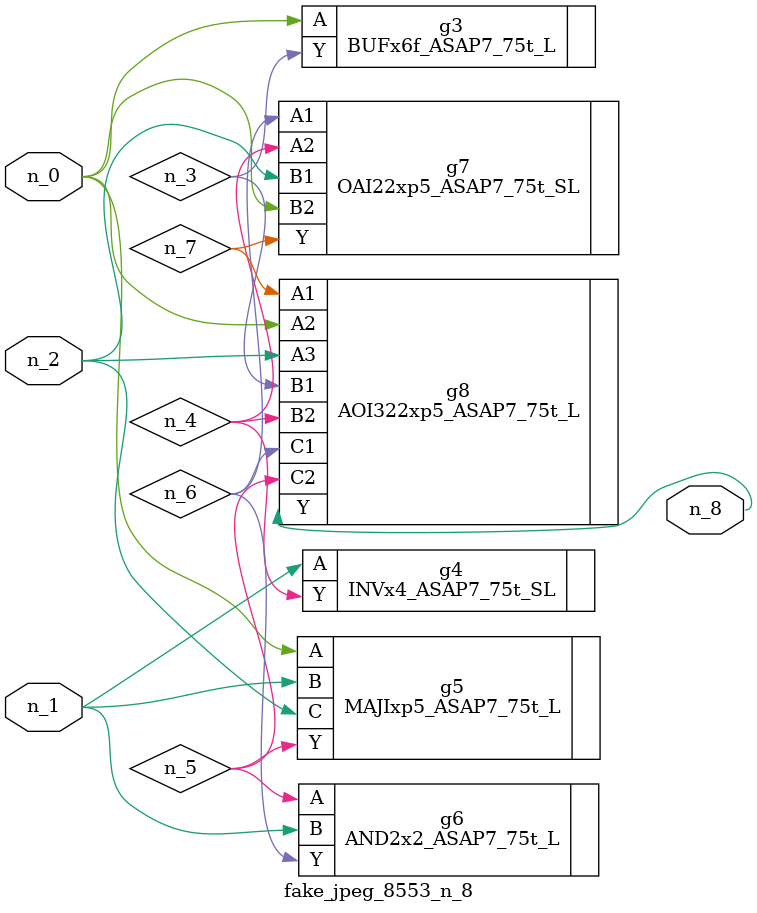
<source format=v>
module fake_jpeg_8553_n_8 (n_0, n_2, n_1, n_8);

input n_0;
input n_2;
input n_1;

output n_8;

wire n_3;
wire n_4;
wire n_6;
wire n_5;
wire n_7;

BUFx6f_ASAP7_75t_L g3 ( 
.A(n_0),
.Y(n_3)
);

INVx4_ASAP7_75t_SL g4 ( 
.A(n_1),
.Y(n_4)
);

MAJIxp5_ASAP7_75t_L g5 ( 
.A(n_0),
.B(n_1),
.C(n_2),
.Y(n_5)
);

AND2x2_ASAP7_75t_L g6 ( 
.A(n_5),
.B(n_1),
.Y(n_6)
);

OAI22xp5_ASAP7_75t_SL g7 ( 
.A1(n_6),
.A2(n_4),
.B1(n_2),
.B2(n_0),
.Y(n_7)
);

AOI322xp5_ASAP7_75t_L g8 ( 
.A1(n_7),
.A2(n_0),
.A3(n_2),
.B1(n_3),
.B2(n_4),
.C1(n_6),
.C2(n_5),
.Y(n_8)
);


endmodule
</source>
